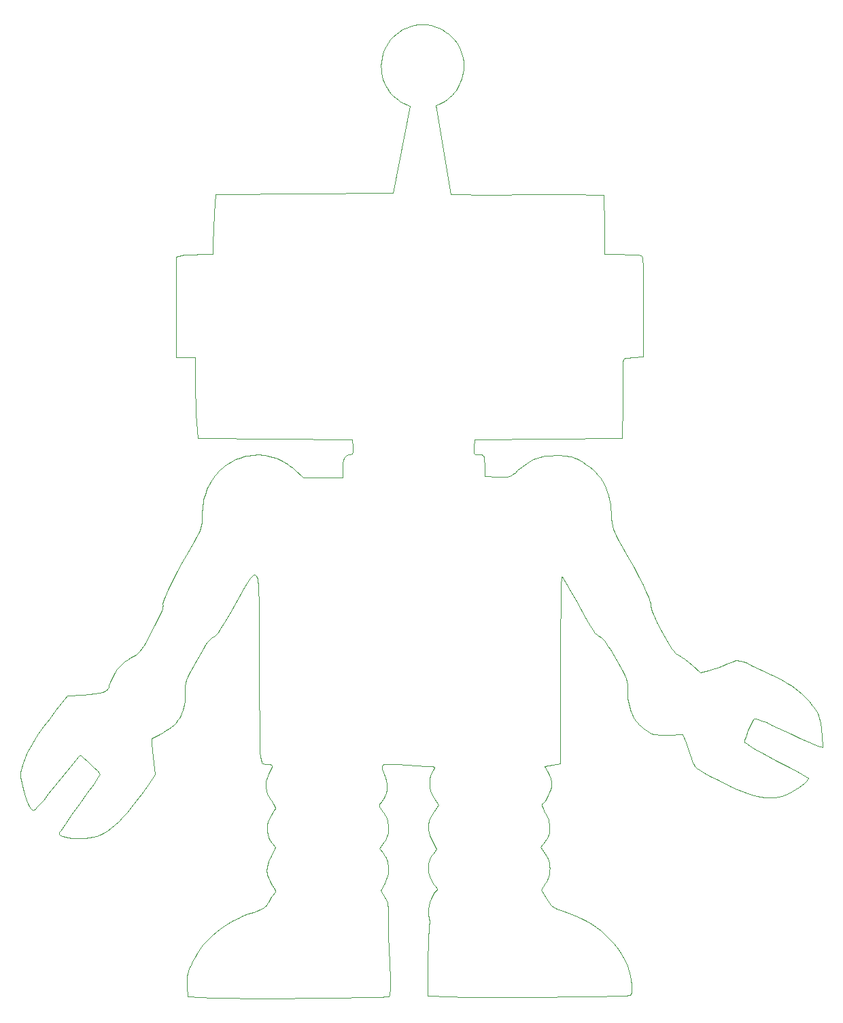
<source format=gbr>
%TF.GenerationSoftware,KiCad,Pcbnew,8.0.1*%
%TF.CreationDate,2024-04-02T10:45:20+02:00*%
%TF.ProjectId,Robo_II,526f626f-5f49-4492-9e6b-696361645f70,rev?*%
%TF.SameCoordinates,Original*%
%TF.FileFunction,Profile,NP*%
%FSLAX46Y46*%
G04 Gerber Fmt 4.6, Leading zero omitted, Abs format (unit mm)*
G04 Created by KiCad (PCBNEW 8.0.1) date 2024-04-02 10:45:20*
%MOMM*%
%LPD*%
G01*
G04 APERTURE LIST*
%TA.AperFunction,Profile*%
%ADD10C,0.100000*%
%TD*%
G04 APERTURE END LIST*
D10*
X101744800Y-99089200D02*
X101928000Y-99626000D01*
X112758000Y-122979700D02*
X112025000Y-122650800D01*
X96414000Y-85443800D02*
X96592400Y-85906200D01*
X69253400Y-132257000D02*
X69288900Y-132498000D01*
X98460500Y-79269400D02*
X89251100Y-79327000D01*
X68552300Y-120148200D02*
X68552500Y-120285700D01*
X51998100Y-96892900D02*
X51809400Y-97173900D01*
X54967300Y-136172000D02*
X55112100Y-135996000D01*
X46205600Y-87637800D02*
X46259700Y-87277600D01*
X53935200Y-119856100D02*
X53791700Y-119832700D01*
X71682100Y-119967100D02*
X70474800Y-119903300D01*
X90888700Y-96543300D02*
X90872300Y-96720600D01*
X86845200Y-82179800D02*
X87112500Y-82027300D01*
X118349000Y-123820700D02*
X117932000Y-123936800D01*
X68437400Y-33270310D02*
X68420500Y-32838820D01*
X33388600Y-121120800D02*
X33363700Y-121057000D01*
X69200300Y-137160000D02*
X69257400Y-137422000D01*
X54597000Y-129344000D02*
X54422100Y-128991000D01*
X99309400Y-145585000D02*
X99471600Y-146176000D01*
X69178800Y-133983000D02*
X69105800Y-134221000D01*
X56759400Y-82468300D02*
X57050700Y-82677400D01*
X74196500Y-148713000D02*
X74218400Y-145262000D01*
X53282400Y-114949700D02*
X53252300Y-111302800D01*
X96144200Y-48943800D02*
X96204700Y-52638600D01*
X99115800Y-69221300D02*
X98890200Y-69259100D01*
X89431200Y-132872000D02*
X89423100Y-133115000D01*
X54745700Y-124394000D02*
X54600000Y-124175000D01*
X39825600Y-116668800D02*
X39818700Y-116868100D01*
X74218400Y-145262000D02*
X74238700Y-143826000D01*
X81157900Y-81434500D02*
X81214100Y-81599200D01*
X69156500Y-128886000D02*
X69066600Y-129116000D01*
X80788200Y-81262500D02*
X80953300Y-81282100D01*
X61159500Y-84127100D02*
X63608700Y-84127100D01*
X89251100Y-79327000D02*
X80041700Y-79384600D01*
X42873800Y-56609300D02*
X43563100Y-56471400D01*
X28754700Y-128859000D02*
X28515400Y-128751000D01*
X50604000Y-139075000D02*
X51218300Y-138798000D01*
X54713800Y-126232000D02*
X54900000Y-125894000D01*
X123071000Y-114419800D02*
X123141000Y-114741400D01*
X34491500Y-110246600D02*
X34503500Y-110152000D01*
X52938000Y-138156000D02*
X53281000Y-138021000D01*
X64641700Y-81252700D02*
X64742700Y-81227800D01*
X69600100Y-119865000D02*
X69274400Y-119863000D01*
X106269000Y-106792500D02*
X106744000Y-107161300D01*
X36253100Y-126460000D02*
X35753900Y-126988000D01*
X68318200Y-125337000D02*
X68630500Y-125765000D01*
X88811800Y-120101000D02*
X89224500Y-120910400D01*
X24782200Y-125398000D02*
X24619400Y-125154000D01*
X54259800Y-133645000D02*
X54220500Y-133443000D01*
X78328000Y-34826300D02*
X78161000Y-35186200D01*
X123452000Y-117720300D02*
X122867000Y-117573300D01*
X87615500Y-48876700D02*
X91677400Y-48884100D01*
X52797600Y-96312900D02*
X52699800Y-96271300D01*
X121309000Y-121393300D02*
X121541000Y-121540800D01*
X101990000Y-99981800D02*
X102014000Y-100184700D01*
X104095000Y-116206100D02*
X103062000Y-116197400D01*
X99169500Y-56344000D02*
X99903400Y-56372700D01*
X74278000Y-142468000D02*
X74330600Y-141340000D01*
X101107400Y-69105300D02*
X99839000Y-69171400D01*
X68257000Y-124827000D02*
X68206100Y-124946000D01*
X23623500Y-120569400D02*
X23877700Y-119676300D01*
X98588000Y-69520900D02*
X98564800Y-69684400D01*
X51809400Y-97173900D02*
X51377300Y-97881700D01*
X38351700Y-105812500D02*
X38651800Y-105438200D01*
X64898400Y-80977400D02*
X64910200Y-80812900D01*
X33040100Y-120656900D02*
X32678000Y-120275200D01*
X26384500Y-115157300D02*
X27113000Y-114178700D01*
X42873800Y-62868400D02*
X42873800Y-56609300D01*
X35839300Y-107719400D02*
X36144500Y-107408900D01*
X24393000Y-118371200D02*
X24762900Y-117655900D01*
X81299500Y-82638200D02*
X81365200Y-84016800D01*
X81250800Y-81844100D02*
X81299500Y-82638200D01*
X98750600Y-108771300D02*
X98492300Y-108249900D01*
X33188400Y-121482200D02*
X33336800Y-121236800D01*
X55247100Y-135606000D02*
X55205400Y-135479000D01*
X33293300Y-120954500D02*
X33040100Y-120656900D01*
X44729600Y-144909000D02*
X44964200Y-144424000D01*
X89604700Y-122645900D02*
X89515600Y-123002200D01*
X94623300Y-139796000D02*
X95223100Y-140208000D01*
X117086000Y-124061300D02*
X116645000Y-124067700D01*
X98640500Y-69400900D02*
X98588000Y-69520900D01*
X112609000Y-106966300D02*
X112809000Y-106956100D01*
X107496000Y-120119400D02*
X107390000Y-119978500D01*
X106746000Y-118176200D02*
X106557000Y-117661600D01*
X89384700Y-121273900D02*
X89515900Y-121665400D01*
X68447100Y-32312040D02*
X68525200Y-31800470D01*
X70692100Y-28566520D02*
X71116900Y-28308440D01*
X55797700Y-149047000D02*
X52305100Y-149049000D01*
X74372000Y-137488000D02*
X74476300Y-137062000D01*
X31565600Y-129111000D02*
X31043500Y-129126000D01*
X54598700Y-134476000D02*
X54392800Y-134053000D01*
X69121800Y-136916000D02*
X69200300Y-137160000D01*
X55258800Y-130230000D02*
X54826400Y-129680000D01*
X34075000Y-110740000D02*
X34204300Y-110670400D01*
X52278800Y-81358400D02*
X52633400Y-81322600D01*
X64119600Y-81377900D02*
X64207400Y-81326200D01*
X63608700Y-84127100D02*
X63608700Y-83120000D01*
X112219000Y-107061800D02*
X112415000Y-107002300D01*
X100503100Y-96466100D02*
X101028700Y-97501900D01*
X97341100Y-90557800D02*
X97484100Y-90945900D01*
X54606400Y-81485100D02*
X54924900Y-81573600D01*
X69180000Y-122712000D02*
X69140700Y-123096000D01*
X90841300Y-97402300D02*
X90788700Y-99907700D01*
X122989000Y-114119200D02*
X123071000Y-114419800D01*
X69104200Y-121933300D02*
X69168000Y-122323500D01*
X64511500Y-81259500D02*
X64641700Y-81252700D01*
X113025000Y-106973900D02*
X113264000Y-107022100D01*
X68961100Y-131375000D02*
X69056600Y-131579000D01*
X68420500Y-32838820D02*
X68447100Y-32312040D01*
X101974000Y-99827000D02*
X101990000Y-99981800D01*
X42606100Y-114959000D02*
X42322200Y-115211100D01*
X53239700Y-100916200D02*
X53221200Y-99474000D01*
X68825400Y-30833340D02*
X69042300Y-30382970D01*
X74764500Y-120933400D02*
X74893600Y-120667500D01*
X102014000Y-100184700D02*
X102084000Y-100458400D01*
X28366400Y-128629000D02*
X28328100Y-128564000D01*
X80569900Y-81259500D02*
X80788200Y-81262500D01*
X54284600Y-81414000D02*
X54606400Y-81485100D01*
X53327000Y-117590700D02*
X53282400Y-114949700D01*
X68780900Y-125979000D02*
X68913300Y-126202000D01*
X69531700Y-146729000D02*
X69546200Y-147457000D01*
X117876000Y-109136600D02*
X118501000Y-109466500D01*
X96868900Y-86899500D02*
X96967500Y-87431200D01*
X46246700Y-105510000D02*
X45328500Y-107108000D01*
X74099500Y-27713200D02*
X74611100Y-27791270D01*
X69324000Y-127660000D02*
X69327900Y-127911000D01*
X23926000Y-123280800D02*
X23748900Y-122603900D01*
X55551700Y-81802900D02*
X55859700Y-81943500D01*
X66187300Y-148955000D02*
X63110500Y-148998000D01*
X47548300Y-53255200D02*
X47649900Y-51184100D01*
X69309400Y-139828000D02*
X69333900Y-141227000D01*
X100904600Y-56629300D02*
X100942400Y-56741700D01*
X45879200Y-56333500D02*
X47506000Y-56333500D01*
X78658800Y-33666380D02*
X78578100Y-34065130D01*
X69929500Y-29195650D02*
X70295400Y-28863120D01*
X37265100Y-106585800D02*
X37718700Y-106336600D01*
X68426100Y-135605000D02*
X68893000Y-136436000D01*
X48113300Y-103432600D02*
X47901600Y-103703600D01*
X44527800Y-56374000D02*
X45193200Y-56344400D01*
X40013800Y-118953200D02*
X40272200Y-121175900D01*
X64821900Y-79384600D02*
X55204200Y-79327200D01*
X98556900Y-69899300D02*
X98501800Y-74915200D01*
X75015500Y-134871000D02*
X74849300Y-134632000D01*
X34663900Y-109674400D02*
X34850600Y-109253700D01*
X116096000Y-118606500D02*
X117651000Y-119426800D01*
X107390000Y-119978500D02*
X107300000Y-119831000D01*
X81214100Y-81599200D02*
X81250800Y-81844100D01*
X90971400Y-96543400D02*
X90905500Y-96483200D01*
X24451000Y-124817000D02*
X24278400Y-124390000D01*
X25337900Y-125436000D02*
X25183500Y-125555000D01*
X74418300Y-126882000D02*
X74498400Y-126676000D01*
X33004600Y-128847000D02*
X32541200Y-128975000D01*
X53221200Y-99474000D02*
X53182800Y-98313200D01*
X55204200Y-79327200D02*
X45586500Y-79269800D01*
X120833000Y-122482700D02*
X120460000Y-122753900D01*
X78772300Y-148905000D02*
X77119200Y-148864000D01*
X34356300Y-128174000D02*
X33907200Y-128450000D01*
X47506000Y-54934000D02*
X47548300Y-53255200D01*
X78103100Y-30382970D02*
X78320000Y-30833340D01*
X41512900Y-98992400D02*
X41879800Y-98142700D01*
X32678000Y-120275200D02*
X32255800Y-119856700D01*
X86026900Y-82756600D02*
X86576600Y-82351500D01*
X119196000Y-123485400D02*
X118768000Y-123669900D01*
X103369000Y-103310600D02*
X104083000Y-104624500D01*
X115381000Y-114267800D02*
X115087000Y-114198700D01*
X54838300Y-120182000D02*
X54840200Y-120110300D01*
X49164600Y-82534500D02*
X49436600Y-82354600D01*
X42970200Y-95932200D02*
X43648100Y-94663700D01*
X47397200Y-104069500D02*
X47209800Y-104186800D01*
X90753100Y-103616400D02*
X90740100Y-108145800D01*
X57337500Y-82903400D02*
X57619500Y-83146400D01*
X34204300Y-110670400D02*
X34309000Y-110596000D01*
X45328500Y-107108000D02*
X44895000Y-107876900D01*
X34389600Y-110516500D02*
X34446500Y-110431900D01*
X91137400Y-81401700D02*
X91510300Y-81434800D01*
X64038600Y-81444300D02*
X64119600Y-81377900D01*
X53244900Y-102650400D02*
X53239700Y-100916200D01*
X121622000Y-121612800D02*
X121607000Y-121685400D01*
X68198200Y-125061000D02*
X68235000Y-125187000D01*
X107778000Y-120393500D02*
X107624000Y-120256700D01*
X105050000Y-105992300D02*
X105256000Y-106155700D01*
X88863300Y-131020000D02*
X88995800Y-131232000D01*
X29076700Y-128950000D02*
X28754700Y-128859000D01*
X69192400Y-35619900D02*
X68994800Y-35264400D01*
X28366900Y-128384000D02*
X28515300Y-128144000D01*
X29474000Y-129025000D02*
X29076700Y-128950000D01*
X84833300Y-148922000D02*
X81465400Y-148923000D01*
X117147000Y-108772400D02*
X117876000Y-109136600D01*
X99643800Y-148091000D02*
X99626800Y-148324000D01*
X47023100Y-104359200D02*
X46815100Y-104617000D01*
X100356800Y-114708200D02*
X100162500Y-114460500D01*
X48408400Y-83149100D02*
X48650200Y-82932100D01*
X89515600Y-123002200D02*
X89382800Y-123385700D01*
X97950900Y-91866600D02*
X98299100Y-92478100D01*
X93558300Y-82235500D02*
X93989700Y-82512200D01*
X54192200Y-123292800D02*
X54134000Y-123071800D01*
X97242100Y-90165300D02*
X97341100Y-90557800D01*
X72534400Y-27791270D02*
X73045900Y-27713200D01*
X74496700Y-121663400D02*
X74603700Y-121297000D01*
X48936300Y-102185200D02*
X48360200Y-103083500D01*
X33907200Y-128450000D02*
X33458300Y-128673000D01*
X34446500Y-110431900D02*
X34480300Y-110342000D01*
X28429200Y-128692000D02*
X28366400Y-128629000D01*
X96988400Y-105598800D02*
X96697200Y-105139100D01*
X121402000Y-121978300D02*
X121152000Y-122219700D01*
X74598800Y-131471000D02*
X74727700Y-131240000D01*
X52464200Y-96358100D02*
X52324700Y-96483700D01*
X123337000Y-116309500D02*
X123452000Y-117720300D01*
X69279700Y-128406000D02*
X69227500Y-128649000D01*
X120052000Y-123020300D02*
X119624000Y-123268500D01*
X24278400Y-124390000D02*
X24103000Y-123877300D01*
X35562300Y-108053700D02*
X35839300Y-107719400D01*
X74404100Y-133589000D02*
X74348500Y-133315000D01*
X36481600Y-107118600D02*
X36853900Y-106845400D01*
X69168000Y-122323500D02*
X69180000Y-122712000D01*
X81465400Y-148923000D02*
X78772300Y-148905000D01*
X99584000Y-148484000D02*
X99508200Y-148587000D01*
X54116800Y-119861900D02*
X53935200Y-119856100D01*
X46815100Y-104617000D02*
X46563600Y-104990500D01*
X98830600Y-144406000D02*
X99095000Y-144994000D01*
X115722000Y-108075500D02*
X117147000Y-108772400D01*
X53252300Y-111302800D02*
X53241200Y-107037200D01*
X74498400Y-126676000D02*
X74715200Y-126246000D01*
X31836800Y-123453400D02*
X32643400Y-122300200D01*
X106371000Y-117198700D02*
X105940000Y-116189900D01*
X36777100Y-125859000D02*
X36253100Y-126460000D01*
X63623100Y-82688300D02*
X63666100Y-82312400D01*
X43962700Y-111989200D02*
X43910500Y-112394500D01*
X31043500Y-129126000D02*
X30464900Y-129115000D01*
X74744300Y-129248000D02*
X74524300Y-128754000D01*
X45692900Y-91096700D02*
X45864800Y-90737600D01*
X88996300Y-129289000D02*
X88863300Y-129479000D01*
X68988100Y-121544500D02*
X69104200Y-121933300D01*
X122170000Y-112555700D02*
X122354000Y-112805600D01*
X96265200Y-56333400D02*
X98337400Y-56333400D01*
X47506000Y-148993000D02*
X47506000Y-148993000D01*
X24861100Y-125485000D02*
X24782200Y-125398000D01*
X85118100Y-83539200D02*
X85446000Y-83249300D01*
X28515400Y-128751000D02*
X28429200Y-128692000D01*
X46166100Y-88005100D02*
X46205600Y-87637800D01*
X99201400Y-112023000D02*
X99157500Y-111665800D01*
X46061800Y-90077800D02*
X46105900Y-89713800D01*
X43910500Y-112394500D02*
X43835200Y-112778400D01*
X98162400Y-143252000D02*
X98518900Y-143824000D01*
X89604600Y-122037600D02*
X89637200Y-122343800D01*
X69042300Y-30382970D02*
X69300400Y-29958170D01*
X57619500Y-83146400D02*
X58710400Y-84127100D01*
X91096100Y-96714800D02*
X90971400Y-96543400D01*
X68913300Y-126202000D02*
X69027500Y-126433000D01*
X40166800Y-116480700D02*
X39825600Y-116668800D01*
X75203400Y-135098000D02*
X75015500Y-134871000D01*
X98926500Y-109202000D02*
X98750600Y-108771300D01*
X96204700Y-52638600D02*
X96265200Y-56333400D01*
X42873800Y-69127400D02*
X42873800Y-62868400D01*
X74989800Y-135963000D02*
X75096200Y-135835000D01*
X91104400Y-138128000D02*
X91787300Y-138392000D01*
X101035300Y-115368000D02*
X100793300Y-115162200D01*
X122786000Y-113566600D02*
X122895000Y-113836000D01*
X70474800Y-119903300D02*
X69600100Y-119865000D01*
X30869100Y-118803000D02*
X30719000Y-118950000D01*
X79948500Y-80852600D02*
X79963500Y-81018700D01*
X74283900Y-127682000D02*
X74289900Y-127482000D01*
X54076300Y-122189600D02*
X54105700Y-121970200D01*
X38030100Y-106123600D02*
X38191600Y-105978100D01*
X64889700Y-80322000D02*
X64821900Y-79384600D01*
X68957600Y-129338000D02*
X68829700Y-129551000D01*
X41295400Y-99609800D02*
X41384100Y-99333000D01*
X49436600Y-82354600D02*
X49718000Y-82187800D01*
X69300400Y-29958170D02*
X69597000Y-29561530D01*
X74893600Y-120667500D02*
X74988700Y-120439700D01*
X34810500Y-127841000D02*
X34356300Y-128174000D01*
X105256000Y-106155700D02*
X105466000Y-106276400D01*
X96205200Y-104449300D02*
X96002700Y-104216900D01*
X48902400Y-82727100D02*
X49164600Y-82534500D01*
X49451900Y-139688000D02*
X50015200Y-139372000D01*
X74482200Y-133859000D02*
X74404100Y-133589000D01*
X99012300Y-148713000D02*
X98547200Y-148744000D01*
X56163700Y-82101300D02*
X56463600Y-82276200D01*
X78467400Y-34452200D02*
X78328000Y-34826300D01*
X50866500Y-98775300D02*
X49583300Y-101077400D01*
X54140800Y-137450000D02*
X54279700Y-137266000D01*
X43563100Y-56471400D02*
X43959100Y-56417900D01*
X89287900Y-131911000D02*
X89350100Y-132148000D01*
X101096000Y-59552700D02*
X101107400Y-62853300D01*
X97174800Y-89728900D02*
X97242100Y-90165300D01*
X45241400Y-143899000D02*
X45545000Y-143393000D01*
X74352900Y-132227000D02*
X74411500Y-131967000D01*
X29939200Y-129080000D02*
X29474000Y-129025000D01*
X33336800Y-121236800D02*
X33388600Y-121120800D01*
X99122300Y-110919800D02*
X99118000Y-110400800D01*
X41189500Y-100497700D02*
X41244500Y-100273700D01*
X74849300Y-134632000D02*
X74704900Y-134383000D01*
X122517000Y-113055000D02*
X122660000Y-113307500D01*
X44330600Y-108963900D02*
X44170300Y-109370200D01*
X88211700Y-81594200D02*
X88504800Y-81525800D01*
X75407200Y-135510000D02*
X75420300Y-135444000D01*
X107042000Y-119109900D02*
X106915000Y-118679900D01*
X47731000Y-103888000D02*
X47607200Y-103977100D01*
X36144500Y-107408900D02*
X36481600Y-107118600D01*
X95223100Y-140208000D02*
X95795600Y-140652000D01*
X88329800Y-135520000D02*
X89016800Y-136625000D01*
X54409000Y-137050000D02*
X54592700Y-136733000D01*
X89110800Y-131452000D02*
X89208100Y-131679000D01*
X74311900Y-137907000D02*
X74372000Y-137488000D01*
X75557800Y-124968000D02*
X74987600Y-123994700D01*
X63964600Y-81525100D02*
X64038600Y-81444300D01*
X38898600Y-105035600D02*
X40382100Y-102260500D01*
X53959800Y-81360400D02*
X54284600Y-81414000D01*
X102084000Y-100458400D02*
X102199000Y-100798000D01*
X98736500Y-69316300D02*
X98640500Y-69400900D01*
X23555100Y-120902400D02*
X23623500Y-120569400D01*
X105825000Y-106483600D02*
X106269000Y-106792500D01*
X95110200Y-83457800D02*
X95426700Y-83812900D01*
X75992400Y-37402200D02*
X75636500Y-37577400D01*
X56463600Y-82276200D02*
X56759400Y-82468300D01*
X69868700Y-48676200D02*
X71994300Y-37826000D01*
X75104800Y-27918230D02*
X75578200Y-28091490D01*
X74330600Y-141340000D02*
X74390800Y-140597000D01*
X93097600Y-81977400D02*
X93558300Y-82235500D01*
X90740100Y-108145800D02*
X90740100Y-119811800D01*
X54226900Y-127846000D02*
X54272200Y-127443000D01*
X41249700Y-99817000D02*
X41295400Y-99609800D01*
X35078500Y-108806400D02*
X35309900Y-108414900D01*
X89637200Y-122343800D02*
X89604700Y-122645900D01*
X114649000Y-107563600D02*
X115722000Y-108075500D01*
X25214600Y-116887400D02*
X25753400Y-116057300D01*
X77071600Y-48820400D02*
X82126300Y-48910200D01*
X47189300Y-84686800D02*
X47363500Y-84404000D01*
X100567100Y-114942200D02*
X100356800Y-114708200D01*
X33458300Y-128673000D02*
X33004600Y-128847000D01*
X118768000Y-123669900D02*
X118349000Y-123820700D01*
X74443400Y-122033800D02*
X74496700Y-121663400D01*
X54924900Y-81573600D02*
X55240100Y-81679600D01*
X77845000Y-29958170D02*
X78103100Y-30382970D01*
X69277500Y-133492000D02*
X69236000Y-133739000D01*
X99262500Y-112369200D02*
X99201400Y-112023000D01*
X48914300Y-140023000D02*
X49451900Y-139688000D01*
X36853900Y-106845400D02*
X37265100Y-106585800D01*
X99677000Y-113638500D02*
X99548100Y-113339100D01*
X34480300Y-110342000D02*
X34491500Y-110246600D01*
X74611100Y-27791270D02*
X75104800Y-27918230D01*
X74350400Y-138637000D02*
X74318900Y-138475000D01*
X71606400Y-37687500D02*
X71234800Y-37518700D01*
X120608000Y-116619600D02*
X119470000Y-116088500D01*
X44384000Y-93348200D02*
X45155100Y-92031800D01*
X74727700Y-131240000D02*
X74880500Y-131024000D01*
X102790000Y-102162400D02*
X103369000Y-103310600D01*
X25085900Y-125597000D02*
X25013100Y-125584000D01*
X88830300Y-125849000D02*
X88967300Y-126097000D01*
X69518400Y-148385000D02*
X69474600Y-148637000D01*
X55240100Y-81679600D02*
X55551700Y-81802900D01*
X42009100Y-115451700D02*
X41666300Y-115681800D01*
X89515900Y-121665400D02*
X89604600Y-122037600D01*
X30945500Y-118760300D02*
X30869100Y-118803000D01*
X74498700Y-122792400D02*
X74444000Y-122409700D01*
X53241200Y-107037200D02*
X53244900Y-102650400D01*
X54516300Y-120887000D02*
X54680700Y-120594200D01*
X90126500Y-137802000D02*
X90350400Y-137890000D01*
X51377300Y-97881700D02*
X50866500Y-98775300D01*
X78493300Y-31306710D02*
X78620300Y-31800470D01*
X44259000Y-146309000D02*
X44317600Y-145993000D01*
X54093300Y-122850800D02*
X54070100Y-122630000D01*
X122418000Y-117410700D02*
X121627000Y-117076600D01*
X119470000Y-116088500D02*
X117191000Y-115018800D01*
X119193000Y-120228600D02*
X120456000Y-120908000D01*
X44240700Y-147446000D02*
X44226100Y-147012000D01*
X98299100Y-92478100D02*
X99134700Y-93946900D01*
X98501800Y-74915200D02*
X98460500Y-79269400D01*
X45864800Y-90737600D02*
X45984600Y-90408500D01*
X89208200Y-128889000D02*
X89111200Y-129093000D01*
X43290000Y-114122100D02*
X43089400Y-114415600D01*
X97127100Y-89209300D02*
X97174800Y-89728900D01*
X89111200Y-129093000D02*
X88996300Y-129289000D01*
X92444400Y-81669800D02*
X92755600Y-81806000D01*
X59523400Y-149029000D02*
X55797700Y-149047000D01*
X120363000Y-110712700D02*
X120769000Y-111073000D01*
X69137200Y-131796000D02*
X69202800Y-132022000D01*
X53791700Y-119832700D02*
X53680100Y-119783300D01*
X114139000Y-115628700D02*
X113818000Y-116522800D01*
X78161000Y-35186200D02*
X77968000Y-35530600D01*
X69050700Y-123472200D02*
X68910500Y-123837800D01*
X55246100Y-125381000D02*
X55230500Y-125277000D01*
X74326300Y-128091000D02*
X74296000Y-127885000D01*
X92672000Y-99405900D02*
X92037300Y-98272100D01*
X54272200Y-127443000D02*
X54373000Y-127033000D01*
X44001700Y-110569800D02*
X44000800Y-111110300D01*
X50616700Y-81768200D02*
X50933400Y-81656500D01*
X55188400Y-135904000D02*
X55237300Y-135813000D01*
X52633400Y-81322600D02*
X52968700Y-81305500D01*
X47747500Y-83869300D02*
X47956700Y-83618000D01*
X29060300Y-127333000D02*
X29866900Y-126185000D01*
X89411600Y-127556000D02*
X89422700Y-127790000D01*
X76850000Y-28863120D02*
X77215900Y-29195650D01*
X107159000Y-119502900D02*
X107042000Y-119109900D01*
X122895000Y-113836000D02*
X122989000Y-114119200D01*
X25183500Y-125555000D02*
X25085900Y-125597000D01*
X95795600Y-140652000D02*
X96338500Y-141126000D01*
X54840200Y-120110300D02*
X54826500Y-120049600D01*
X75008400Y-125779000D02*
X75557800Y-124968000D01*
X89016800Y-136625000D02*
X89216300Y-136934000D01*
X100162500Y-114460500D02*
X99984300Y-114199500D01*
X69546200Y-147457000D02*
X69542100Y-148001000D01*
X70545500Y-37096700D02*
X70230200Y-36846500D01*
X102386000Y-116117900D02*
X102119000Y-116037000D01*
X110329000Y-107838800D02*
X110952000Y-107599900D01*
X96967500Y-87431200D02*
X97040000Y-87986900D01*
X115087000Y-114198700D02*
X114981000Y-114191500D01*
X74441000Y-139521000D02*
X74412600Y-139023000D01*
X55257200Y-135716000D02*
X55247100Y-135606000D01*
X54398600Y-119870400D02*
X54116800Y-119861900D01*
X77215900Y-29195650D02*
X77548400Y-29561530D01*
X121191000Y-111479600D02*
X121732000Y-112040200D01*
X113436000Y-123263300D02*
X112758000Y-122979700D01*
X32063200Y-129062000D02*
X31565600Y-129111000D01*
X51258300Y-81559300D02*
X51591000Y-81477000D01*
X81365200Y-84016800D02*
X82909300Y-84077100D01*
X68593300Y-120041600D02*
X68552300Y-120148200D01*
X85239800Y-48883600D02*
X87615500Y-48876700D01*
X54373000Y-127033000D02*
X54529600Y-126618000D01*
X47549600Y-84131400D02*
X47747500Y-83869300D01*
X46328200Y-86924700D02*
X46411000Y-86579500D01*
X25785700Y-124998000D02*
X25541300Y-125247000D01*
X70230200Y-36846500D02*
X69936000Y-36572200D01*
X74988700Y-120439700D02*
X75040600Y-120274300D01*
X54361100Y-123734600D02*
X54267900Y-123513800D01*
X75578200Y-28091490D02*
X76028600Y-28308440D01*
X31118500Y-118853200D02*
X31012000Y-118784800D01*
X89187300Y-126592000D02*
X89270300Y-126837000D01*
X88666900Y-124649000D02*
X88582900Y-124720000D01*
X34503500Y-110152000D02*
X34537800Y-110021100D01*
X99094400Y-109971600D02*
X99035900Y-109587000D01*
X89348000Y-128465000D02*
X89287100Y-128680000D01*
X43736100Y-113142000D02*
X43612700Y-113486400D01*
X69056600Y-131579000D02*
X69137200Y-131796000D01*
X74603700Y-121297000D02*
X74764500Y-120933400D01*
X89382800Y-123385700D02*
X89218800Y-123769200D01*
X117191000Y-115018800D02*
X116403000Y-114666300D01*
X74374500Y-128304000D02*
X74326300Y-128091000D01*
X38783800Y-105238200D02*
X38898600Y-105035600D01*
X69123500Y-126671000D02*
X69201200Y-126914000D01*
X84026800Y-48897800D02*
X85239800Y-48883600D01*
X44964200Y-144424000D02*
X45241400Y-143899000D01*
X53792600Y-137756000D02*
X53981900Y-137611000D01*
X52523000Y-138301000D02*
X52938000Y-138156000D01*
X44226100Y-147012000D02*
X44230300Y-146641000D01*
X92145400Y-81565100D02*
X92444400Y-81669800D01*
X109229000Y-108199500D02*
X109729000Y-108047900D01*
X88428000Y-124954000D02*
X88455300Y-125076000D01*
X89462800Y-81402800D02*
X90188600Y-81380600D01*
X53981900Y-137611000D02*
X54140800Y-137450000D01*
X54609200Y-119900200D02*
X54398600Y-119870400D01*
X68910500Y-123837800D02*
X68720500Y-124190000D01*
X35309900Y-108414900D02*
X35562300Y-108053700D01*
X99548100Y-113339100D02*
X99436000Y-113027600D01*
X101048000Y-57642900D02*
X101077900Y-58447800D01*
X88510900Y-148904000D02*
X84833300Y-148922000D01*
X53474100Y-119390700D02*
X53381500Y-118838500D01*
X64868400Y-81096900D02*
X64898400Y-80977400D01*
X93352300Y-139085000D02*
X93998900Y-139421000D01*
X113701000Y-117132700D02*
X113761000Y-117193300D01*
X121607000Y-121685400D02*
X121564000Y-121771600D01*
X54878400Y-134926000D02*
X54598700Y-134476000D01*
X99436000Y-113027600D02*
X99340800Y-112704200D01*
X120456000Y-120908000D02*
X121309000Y-121393300D01*
X31427100Y-119098400D02*
X31118500Y-118853200D01*
X95470500Y-103875900D02*
X95270600Y-103731800D01*
X46132500Y-88759400D02*
X46141700Y-88379000D01*
X71234800Y-37518700D02*
X70880800Y-37321300D01*
X78320000Y-30833340D02*
X78493300Y-31306710D01*
X99839000Y-69171400D02*
X99115800Y-69221300D01*
X69260600Y-127160000D02*
X69301500Y-127410000D01*
X23877700Y-119676300D02*
X24099600Y-119041900D01*
X89398600Y-137189000D02*
X89572300Y-137396000D01*
X32541200Y-128975000D02*
X32063200Y-129062000D01*
X79963500Y-81018700D02*
X80005400Y-81132100D01*
X46741400Y-85593000D02*
X46878000Y-85281600D01*
X54826500Y-120049600D02*
X54796900Y-119999000D01*
X44547400Y-145317000D02*
X44729600Y-144909000D01*
X46613200Y-141987000D02*
X47021600Y-141556000D01*
X74753100Y-120156900D02*
X74024300Y-120101000D01*
X89415800Y-128019000D02*
X89390900Y-128244000D01*
X123252000Y-115462000D02*
X123337000Y-116309500D01*
X46563600Y-104990500D02*
X46246700Y-105510000D01*
X79973900Y-80322000D02*
X79948500Y-80852600D01*
X47649900Y-51184100D02*
X47793700Y-48833600D01*
X45155100Y-92031800D02*
X45459500Y-91517600D01*
X53381500Y-118838500D02*
X53353300Y-118412900D01*
X112415000Y-107002300D02*
X112609000Y-106966300D01*
X113761000Y-117193300D02*
X113990000Y-117367500D01*
X97683200Y-91369000D02*
X97950900Y-91866600D01*
X100758500Y-56467300D02*
X100813000Y-56498000D01*
X41879800Y-98142700D02*
X42373200Y-97107300D01*
X68420500Y-32838820D02*
X68420500Y-32838820D01*
X47916200Y-140752000D02*
X48402400Y-140378000D01*
X68994800Y-35264400D02*
X68824300Y-34892500D01*
X121541000Y-121540800D02*
X121622000Y-121612800D01*
X54529600Y-126618000D02*
X54713800Y-126232000D01*
X76655400Y-36976300D02*
X76332400Y-37201400D01*
X92566600Y-138724000D02*
X93352300Y-139085000D01*
X38651800Y-105438200D02*
X38783800Y-105238200D01*
X69020000Y-136679000D02*
X69121800Y-136916000D01*
X52930400Y-48826300D02*
X53284400Y-48812700D01*
X30108100Y-119666600D02*
X28933400Y-121129100D01*
X114785000Y-114262400D02*
X114666000Y-114441900D01*
X88453100Y-124797000D02*
X88427300Y-124862000D01*
X99628500Y-147344000D02*
X99643800Y-148091000D01*
X88505300Y-124761000D02*
X88453100Y-124797000D01*
X47027400Y-84979400D02*
X47189300Y-84686800D01*
X70880800Y-37321300D02*
X70545500Y-37096700D01*
X69016100Y-119876600D02*
X68820000Y-119908900D01*
X80195600Y-81241100D02*
X80356500Y-81256600D01*
X100793300Y-115162200D02*
X100567100Y-114942200D01*
X94443100Y-102571700D02*
X93995800Y-101797300D01*
X88995800Y-131232000D02*
X89110800Y-131452000D01*
X43648100Y-94663700D02*
X44384000Y-93348200D01*
X23643000Y-122161200D02*
X23569400Y-121799000D01*
X24619400Y-125154000D02*
X24451000Y-124817000D01*
X31321500Y-111199900D02*
X32096400Y-111138700D01*
X58710400Y-84127100D02*
X61159500Y-84127100D01*
X74582500Y-134124000D02*
X74482200Y-133859000D01*
X88967300Y-126097000D02*
X89086200Y-126345000D01*
X34537800Y-110021100D02*
X34663900Y-109674400D01*
X101107400Y-62853300D02*
X101107400Y-69105300D01*
X50008700Y-82034200D02*
X50308400Y-81894200D01*
X93995800Y-101797300D02*
X92672000Y-99405900D01*
X64910200Y-80812900D02*
X64889700Y-80322000D01*
X47021600Y-141556000D02*
X47455900Y-141144000D01*
X74412600Y-139023000D02*
X74350400Y-138637000D01*
X55131000Y-135327000D02*
X54878400Y-134926000D01*
X100861600Y-56550000D02*
X100904600Y-56629300D01*
X110952000Y-107599900D02*
X111523000Y-107358800D01*
X88873300Y-134719000D02*
X88329800Y-135520000D01*
X89421800Y-132630000D02*
X89431200Y-132872000D01*
X96436400Y-104756300D02*
X96205200Y-104449300D01*
X99095000Y-144994000D02*
X99309400Y-145585000D01*
X34850600Y-109253700D02*
X35078500Y-108806400D01*
X44020500Y-110129000D02*
X44001700Y-110569800D01*
X68720500Y-124190000D02*
X68481400Y-124524000D01*
X69016900Y-134451000D02*
X68912200Y-134672000D01*
X68725800Y-131007000D02*
X68850800Y-131183000D01*
X107300000Y-119831000D02*
X107159000Y-119502900D01*
X68487500Y-33692950D02*
X68437400Y-33270310D01*
X53594200Y-119698900D02*
X53527600Y-119570900D01*
X23569400Y-121799000D02*
X23529400Y-121488000D01*
X23748900Y-122603900D02*
X23643000Y-122161200D01*
X97325000Y-142150000D02*
X97763600Y-142692000D01*
X31012000Y-118784800D02*
X30945500Y-118760300D01*
X54279700Y-137266000D02*
X54409000Y-137050000D01*
X99984300Y-114199500D02*
X99822400Y-113925400D01*
X33740600Y-110865100D02*
X34075000Y-110740000D01*
X33302000Y-110972500D02*
X33740600Y-110865100D01*
X95828000Y-104057900D02*
X95680300Y-103971000D01*
X74305000Y-132766000D02*
X74317400Y-132495000D01*
X70295400Y-28863120D02*
X70692100Y-28566520D01*
X101928000Y-99626000D02*
X101974000Y-99827000D01*
X52169600Y-96662400D02*
X51998100Y-96892900D01*
X28933400Y-121129100D02*
X27015400Y-123556700D01*
X78620300Y-31800470D02*
X78698300Y-32312040D01*
X37919500Y-124423000D02*
X37330900Y-125181000D01*
X54422100Y-128991000D02*
X54302000Y-128622000D01*
X77119200Y-148864000D02*
X74196500Y-148713000D01*
X75040600Y-120274300D02*
X75040200Y-120195500D01*
X47209800Y-104186800D02*
X47023100Y-104359200D01*
X99870500Y-95278600D02*
X100503100Y-96466100D01*
X90188600Y-81380600D02*
X90703000Y-81384900D01*
X82126300Y-48910200D02*
X82993700Y-48918400D01*
X38191600Y-105978100D02*
X38351700Y-105812500D01*
X90350400Y-137890000D02*
X90608100Y-137966000D01*
X57050700Y-82677400D02*
X57337500Y-82903400D01*
X75636500Y-37577400D02*
X75266100Y-37725900D01*
X39220600Y-122649600D02*
X38547700Y-123580600D01*
X51591000Y-81477000D02*
X51931300Y-81409900D01*
X119953000Y-110385300D02*
X120363000Y-110712700D01*
X68552500Y-120285700D02*
X68588600Y-120457200D01*
X68747900Y-120914500D02*
X68988100Y-121544500D01*
X72040600Y-27918230D02*
X72534400Y-27791270D01*
X51218300Y-138798000D02*
X51858000Y-138540000D01*
X97484100Y-90945900D02*
X97683200Y-91369000D01*
X68382100Y-148903000D02*
X66187300Y-148955000D01*
X77244700Y-36458300D02*
X76959900Y-36728200D01*
X54600000Y-124175000D02*
X54471800Y-123955000D01*
X98564800Y-69684400D02*
X98556900Y-69899300D01*
X48177100Y-83377800D02*
X48408400Y-83149100D01*
X64817400Y-81178100D02*
X64868400Y-81096900D01*
X74315400Y-133040000D02*
X74305000Y-132766000D01*
X74618300Y-136651000D02*
X74791700Y-136278000D01*
X54786500Y-136429000D02*
X54967300Y-136172000D01*
X74289900Y-127482000D02*
X74314200Y-127284000D01*
X27113000Y-114178700D02*
X27944400Y-113113300D01*
X23524200Y-121198900D02*
X23555100Y-120902400D01*
X87112500Y-82027300D02*
X87380600Y-81893400D01*
X69542100Y-148001000D02*
X69518400Y-148385000D01*
X55066600Y-125641000D02*
X55191900Y-125508000D01*
X45443300Y-77252900D02*
X45387800Y-76228800D01*
X89287100Y-128680000D02*
X89208200Y-128889000D01*
X54134000Y-123071800D02*
X54093300Y-122850800D01*
X52305100Y-149049000D02*
X49417300Y-149032000D01*
X49583300Y-101077400D02*
X48936300Y-102185200D01*
X84123600Y-84072700D02*
X84381900Y-84014500D01*
X91787300Y-138392000D02*
X92566600Y-138724000D01*
X89004700Y-134508000D02*
X88873300Y-134719000D01*
X47455900Y-141144000D02*
X47916200Y-140752000D01*
X54444400Y-131941000D02*
X54666200Y-131441000D01*
X74024300Y-120101000D02*
X71682100Y-119967100D01*
X32255800Y-119856700D02*
X31822500Y-119448700D01*
X69369200Y-148821000D02*
X69323200Y-148845000D01*
X103062000Y-116197400D02*
X102693000Y-116169400D01*
X52883000Y-96412800D02*
X52797600Y-96312900D01*
X92037300Y-98272100D02*
X91492700Y-97343100D01*
X41384100Y-99333000D02*
X41512900Y-98992400D01*
X123141000Y-114741400D02*
X123252000Y-115462000D01*
X28515300Y-128144000D02*
X29060300Y-127333000D01*
X92132800Y-148872000D02*
X88510900Y-148904000D01*
X63666100Y-82312400D02*
X63737600Y-81992900D01*
X54592700Y-136733000D02*
X54786500Y-136429000D01*
X47363500Y-84404000D02*
X47549600Y-84131400D01*
X105940000Y-116189900D02*
X104095000Y-116206100D01*
X74318900Y-138475000D02*
X74302600Y-138297000D01*
X96849100Y-141626000D02*
X97325000Y-142150000D01*
X69333900Y-141227000D02*
X69382200Y-142886000D01*
X46617800Y-85913300D02*
X46741400Y-85593000D01*
X99578800Y-146764000D02*
X99628500Y-147344000D01*
X52324700Y-96483700D02*
X52169600Y-96662400D01*
X75406500Y-135375000D02*
X75365800Y-135298000D01*
X53117900Y-97423200D02*
X53073600Y-97076400D01*
X97040000Y-87986900D02*
X97086600Y-88566900D01*
X54302000Y-128622000D02*
X54236900Y-128240000D01*
X113853000Y-107218600D02*
X114649000Y-107563600D01*
X69313200Y-128160000D02*
X69279700Y-128406000D01*
X69295300Y-137713000D02*
X69315900Y-138045000D01*
X101077900Y-58447800D02*
X101096000Y-59552700D01*
X41244500Y-100273700D02*
X41264500Y-100090900D01*
X89927800Y-137695000D02*
X90126500Y-137802000D01*
X44895000Y-107876900D02*
X44567300Y-108480800D01*
X42373200Y-97107300D02*
X42970200Y-95932200D01*
X45586500Y-79269800D02*
X45443300Y-77252900D01*
X53020200Y-96793300D02*
X52956900Y-96572500D01*
X29364800Y-111327800D02*
X31321500Y-111199900D01*
X69202800Y-132022000D02*
X69253400Y-132257000D01*
X69032600Y-148874000D02*
X68382100Y-148903000D01*
X33363700Y-121057000D02*
X33293300Y-120954500D01*
X64302000Y-81289200D02*
X64403400Y-81267000D01*
X44567300Y-108480800D02*
X44330600Y-108963900D01*
X53284400Y-48812700D02*
X53428700Y-48794200D01*
X113990000Y-117367500D02*
X114353000Y-117604800D01*
X53182800Y-98313200D02*
X53117900Y-97423200D01*
X89270300Y-126837000D02*
X89335400Y-127079000D01*
X42861600Y-114694100D02*
X42606100Y-114959000D01*
X52589000Y-96286800D02*
X52464200Y-96358100D01*
X42322200Y-115211100D02*
X42009100Y-115451700D01*
X51931300Y-81409900D02*
X52278800Y-81358400D01*
X68652100Y-31306710D02*
X68825400Y-30833340D01*
X44317600Y-145993000D02*
X44411900Y-145670000D01*
X80953300Y-81282100D02*
X81073800Y-81334100D01*
X99118000Y-110400800D02*
X99094400Y-109971600D01*
X117513000Y-124017400D02*
X117086000Y-124061300D01*
X53562400Y-137890000D02*
X53792600Y-137756000D01*
X113538000Y-107102900D02*
X113853000Y-107218600D01*
X121732000Y-112040200D02*
X122170000Y-112555700D01*
X45300200Y-72181700D02*
X45300200Y-69127400D01*
X105466000Y-106276400D02*
X105825000Y-106483600D01*
X95270600Y-103731800D02*
X95051800Y-103495500D01*
X122867000Y-117573300D02*
X122418000Y-117410700D01*
X55230500Y-125277000D02*
X55187100Y-125147000D01*
X55018900Y-124814000D02*
X54745700Y-124394000D01*
X55205400Y-135479000D02*
X55131000Y-135327000D01*
X63608700Y-83120000D02*
X63623100Y-82688300D01*
X43464200Y-113812800D02*
X43290000Y-114122100D01*
X45459500Y-91517600D02*
X45692900Y-91096700D01*
X44087000Y-69127400D02*
X42873800Y-69127400D01*
X91510300Y-81434800D02*
X91840100Y-81488000D01*
X69323200Y-148845000D02*
X69032600Y-148874000D01*
X52699800Y-96271300D02*
X52589000Y-96286800D01*
X99229500Y-148686000D02*
X99012300Y-148713000D01*
X112025000Y-122650800D02*
X110372000Y-121853300D01*
X44411900Y-145670000D02*
X44547400Y-145317000D01*
X119519000Y-110077500D02*
X119953000Y-110385300D01*
X91492700Y-97343100D02*
X91096100Y-96714800D01*
X69936000Y-36572200D02*
X69664200Y-36275300D01*
X102356000Y-101198500D02*
X102790000Y-102162400D01*
X54267900Y-123513800D02*
X54192200Y-123292800D01*
X40812500Y-101424300D02*
X40973700Y-101072400D01*
X54399000Y-121101400D02*
X54516300Y-120887000D01*
X54236900Y-128240000D02*
X54226900Y-127846000D01*
X69301500Y-127410000D02*
X69324000Y-127660000D01*
X53632100Y-81324400D02*
X53959800Y-81360400D01*
X74493400Y-131714000D02*
X74598800Y-131471000D01*
X43992600Y-111561500D02*
X43962700Y-111989200D01*
X121152000Y-122219700D02*
X120833000Y-122482700D01*
X80041700Y-79384600D02*
X79973900Y-80322000D01*
X89214500Y-134063000D02*
X89118400Y-134289000D01*
X48360200Y-103083500D02*
X48113300Y-103432600D01*
X89224500Y-120910400D02*
X89384700Y-121273900D01*
X30719000Y-118950000D02*
X30108100Y-119666600D01*
X53281000Y-138021000D02*
X53562400Y-137890000D01*
X115194000Y-123851900D02*
X114649000Y-123698400D01*
X54217200Y-121533800D02*
X54299300Y-121317000D01*
X54788900Y-120361400D02*
X54838300Y-120182000D01*
X74524300Y-128754000D02*
X74374500Y-128304000D01*
X78708200Y-33257190D02*
X78658800Y-33666380D01*
X68680800Y-119962900D02*
X68593300Y-120041600D01*
X54666200Y-131441000D02*
X55258800Y-130230000D01*
X41264500Y-100090900D02*
X41249900Y-99948800D01*
X69236000Y-133739000D02*
X69178800Y-133983000D01*
X99340800Y-112704200D02*
X99262500Y-112369200D01*
X69274400Y-119863000D02*
X69016100Y-119876600D01*
X54826400Y-129680000D02*
X54597000Y-129344000D01*
X44230300Y-146641000D02*
X44259000Y-146309000D01*
X88863300Y-129479000D02*
X88310100Y-130205000D01*
X46507600Y-86242200D02*
X46617800Y-85913300D01*
X81119800Y-81377200D02*
X81157900Y-81434500D01*
X101003700Y-57090100D02*
X101048000Y-57642900D01*
X53902400Y-48772300D02*
X55244300Y-48748100D01*
X75040200Y-120195500D02*
X74753100Y-120156900D01*
X74296000Y-127885000D02*
X74283900Y-127682000D01*
X69315900Y-138045000D02*
X69313100Y-138877000D01*
X82909300Y-84077100D02*
X83416000Y-84094700D01*
X54220500Y-133443000D02*
X54199200Y-133241000D01*
X68829700Y-129551000D02*
X68259000Y-130413000D01*
X101597300Y-115763400D02*
X101292800Y-115559100D01*
X111523000Y-107358800D02*
X112011000Y-107142600D01*
X116645000Y-124067700D02*
X116187000Y-124035600D01*
X53301700Y-81306100D02*
X53632100Y-81324400D01*
X89118400Y-134289000D02*
X89004700Y-134508000D01*
X107624000Y-120256700D02*
X107496000Y-120119400D01*
X43089400Y-114415600D02*
X42861600Y-114694100D01*
X117651000Y-119426800D02*
X119193000Y-120228600D01*
X44071800Y-109743800D02*
X44020500Y-110129000D01*
X98890200Y-69259100D02*
X98736500Y-69316300D01*
X68259000Y-130413000D02*
X68725800Y-131007000D01*
X54064400Y-122409600D02*
X54076300Y-122189600D01*
X69201200Y-126914000D02*
X69260600Y-127160000D01*
X87651700Y-81777200D02*
X87928000Y-81677700D01*
X53428700Y-48794200D02*
X53902400Y-48772300D01*
X47506000Y-148993000D02*
X44307500Y-148869000D01*
X69415900Y-35957400D02*
X69192400Y-35619900D01*
X68912200Y-134672000D02*
X68426100Y-135605000D01*
X74704900Y-134383000D02*
X74582500Y-134124000D01*
X71116900Y-28308440D02*
X71567200Y-28091490D01*
X74715200Y-126246000D02*
X75008400Y-125779000D01*
X74987600Y-123994700D02*
X74770400Y-123583500D01*
X89382500Y-127319000D02*
X89411600Y-127556000D01*
X24099600Y-119041900D02*
X24393000Y-118371200D01*
X89208100Y-131679000D02*
X89287900Y-131911000D01*
X54900000Y-125894000D02*
X55066600Y-125641000D01*
X81073800Y-81334100D02*
X81119800Y-81377200D01*
X49417300Y-149032000D02*
X47506000Y-148993000D01*
X99508200Y-148587000D02*
X99392400Y-148649000D01*
X69313100Y-138877000D02*
X69309400Y-139828000D01*
X39818700Y-116868100D02*
X39851900Y-117365200D01*
X74434200Y-140067000D02*
X74441000Y-139521000D01*
X89745900Y-137562000D02*
X89927800Y-137695000D01*
X39851900Y-117365200D02*
X40013800Y-118953200D01*
X112011000Y-107142600D02*
X112219000Y-107061800D01*
X89218800Y-123769200D02*
X89036400Y-124125600D01*
X89422700Y-127790000D02*
X89415800Y-128019000D01*
X90905500Y-96483200D02*
X90888700Y-96543300D01*
X51827900Y-48833600D02*
X52930400Y-48826300D01*
X88582900Y-124720000D02*
X88505300Y-124761000D01*
X114065000Y-123502500D02*
X113436000Y-123263300D01*
X98492300Y-108249900D02*
X97665400Y-106754000D01*
X44000800Y-111110300D02*
X43992600Y-111561500D01*
X54796900Y-119999000D02*
X54751000Y-119957800D01*
X47506000Y-56333500D02*
X47506000Y-54934000D01*
X91677400Y-48884100D02*
X96144200Y-48943800D01*
X69327900Y-127911000D02*
X69313200Y-128160000D01*
X53073600Y-97076400D02*
X53020200Y-96793300D01*
X75332000Y-130450000D02*
X74744300Y-129248000D01*
X68630500Y-125765000D02*
X68780900Y-125979000D01*
X113681000Y-117091300D02*
X113701000Y-117132700D01*
X63837100Y-81730300D02*
X63964600Y-81525100D01*
X40272200Y-121175900D02*
X39220600Y-122649600D01*
X41292900Y-115902400D02*
X40888500Y-116114800D01*
X88310100Y-130205000D02*
X88863300Y-131020000D01*
X96697200Y-105139100D02*
X96436400Y-104756300D01*
X44170300Y-109370200D02*
X44071800Y-109743800D01*
X74476300Y-137062000D02*
X74618300Y-136651000D01*
X87928000Y-81677700D02*
X88211700Y-81594200D01*
X64207400Y-81326200D02*
X64302000Y-81289200D01*
X120460000Y-122753900D02*
X120052000Y-123020300D01*
X45193200Y-56344400D02*
X45879200Y-56333500D01*
X95715000Y-84188600D02*
X95975500Y-84585400D01*
X74314200Y-127284000D02*
X74357000Y-127084000D01*
X45311500Y-73526800D02*
X45300200Y-72181700D01*
X108720000Y-121000100D02*
X108175000Y-120678600D01*
X90740100Y-119811800D02*
X89775900Y-119956400D01*
X69257400Y-137422000D02*
X69295300Y-137713000D01*
X99157500Y-111665800D02*
X99131100Y-111298000D01*
X89350100Y-132148000D02*
X89394700Y-132388000D01*
X89335400Y-127079000D02*
X89382500Y-127319000D01*
X54210200Y-132829000D02*
X54242400Y-132618000D01*
X104841000Y-105771900D02*
X105050000Y-105992300D01*
X88809600Y-81471700D02*
X89462800Y-81402800D01*
X101864000Y-115920800D02*
X101597300Y-115763400D01*
X54471800Y-123955000D02*
X54361100Y-123734600D01*
X54392800Y-134053000D02*
X54317200Y-133847000D01*
X25013100Y-125584000D02*
X24938100Y-125547000D01*
X89036400Y-124125600D02*
X88848200Y-124428000D01*
X114981000Y-114191500D02*
X114898000Y-114200700D01*
X45545000Y-143393000D02*
X45874800Y-142906000D01*
X110372000Y-121853300D02*
X109442000Y-121383200D01*
X109729000Y-108047900D02*
X110329000Y-107838800D01*
X119042000Y-109775600D02*
X119519000Y-110077500D01*
X89086200Y-126345000D02*
X89187300Y-126592000D01*
X104616000Y-105480000D02*
X104841000Y-105771900D01*
X74770400Y-123583500D02*
X74607400Y-123183200D01*
X74791700Y-136278000D02*
X74989800Y-135963000D01*
X120769000Y-111073000D02*
X121191000Y-111479600D01*
X40888500Y-116114800D02*
X40166800Y-116480700D01*
X97665400Y-106754000D02*
X96988400Y-105598800D01*
X54299300Y-121317000D02*
X54399000Y-121101400D01*
X68824300Y-34892500D02*
X68682100Y-34505600D01*
X46126400Y-89284900D02*
X46132500Y-88759400D01*
X69382200Y-142886000D02*
X69449800Y-144616000D01*
X34309000Y-110596000D02*
X34389600Y-110516500D01*
X55112100Y-135996000D02*
X55188400Y-135904000D01*
X32096400Y-111138700D02*
X32755200Y-111063300D01*
X54105700Y-121970200D02*
X54152700Y-121751600D01*
X75365800Y-135298000D02*
X75203400Y-135098000D01*
X90788700Y-99907700D02*
X90753100Y-103616400D01*
X89775900Y-119956400D02*
X88811800Y-120101000D01*
X35753900Y-126988000D02*
X35274700Y-127447000D01*
X74302600Y-138297000D02*
X74311900Y-137907000D01*
X50015200Y-139372000D02*
X50604000Y-139075000D01*
X46878000Y-85281600D02*
X47027400Y-84979400D01*
X46105900Y-89713800D02*
X46126400Y-89284900D01*
X54242400Y-132618000D02*
X54292200Y-132400000D01*
X74317400Y-132495000D02*
X74352900Y-132227000D01*
X38547700Y-123580600D02*
X37919500Y-124423000D01*
X100813000Y-56498000D02*
X100861600Y-56550000D01*
X118501000Y-109466500D02*
X119042000Y-109775600D01*
X47793700Y-48833600D02*
X51827900Y-48833600D01*
X89572300Y-137396000D02*
X89745900Y-137562000D01*
X87380600Y-81893400D02*
X87651700Y-81777200D01*
X30464900Y-129115000D02*
X29939200Y-129080000D01*
X40382100Y-102260500D02*
X40812500Y-101424300D01*
X68850800Y-131183000D02*
X68961100Y-131375000D01*
X35274700Y-127447000D02*
X34810500Y-127841000D01*
X96592400Y-85906200D02*
X96744000Y-86391300D01*
X78698300Y-32312040D02*
X78724900Y-32838820D01*
X86576600Y-82351500D02*
X86845200Y-82179800D01*
X77508500Y-36167900D02*
X77244700Y-36458300D01*
X52968700Y-81305500D02*
X53301700Y-81306100D01*
X114507000Y-114758700D02*
X114139000Y-115628700D01*
X88427300Y-124862000D02*
X88428000Y-124954000D01*
X47956700Y-83618000D02*
X48177100Y-83377800D01*
X52956900Y-96572500D02*
X52883000Y-96412800D01*
X68481400Y-124524000D02*
X68349300Y-124691000D01*
X49718000Y-82187800D02*
X50008700Y-82034200D01*
X68588600Y-120457200D02*
X68747900Y-120914500D01*
X75096200Y-135835000D02*
X75206400Y-135730000D01*
X101028700Y-97501900D02*
X101443800Y-98378800D01*
X74238700Y-143826000D02*
X74278000Y-142468000D01*
X109442000Y-121383200D02*
X108720000Y-121000100D01*
X112809000Y-106956100D02*
X113025000Y-106973900D01*
X88848200Y-124428000D02*
X88666900Y-124649000D01*
X69597000Y-29561530D02*
X69929500Y-29195650D01*
X68206100Y-124946000D02*
X68198200Y-125061000D01*
X54751000Y-119957800D02*
X54609200Y-119900200D01*
X121564000Y-121771600D02*
X121402000Y-121978300D01*
X45387800Y-76228800D02*
X45342300Y-74931300D01*
X28328100Y-128564000D02*
X28315100Y-128496000D01*
X57993300Y-48723200D02*
X69868700Y-48676200D01*
X68682100Y-34505600D02*
X68569400Y-34105210D01*
X31822500Y-119448700D02*
X31427100Y-119098400D01*
X114353000Y-117604800D02*
X114835000Y-117896300D01*
X47607200Y-103977100D02*
X47397200Y-104069500D01*
X45984600Y-90408500D02*
X46061800Y-90077800D01*
X55187100Y-125147000D02*
X55018900Y-124814000D01*
X55191900Y-125508000D02*
X55233400Y-125459000D01*
X46231000Y-142437000D02*
X46613200Y-141987000D01*
X68235000Y-125187000D02*
X68318200Y-125337000D01*
X98337400Y-56333400D02*
X99169500Y-56344000D01*
X75266100Y-37725900D02*
X77071600Y-48820400D01*
X55233400Y-125459000D02*
X55246100Y-125381000D01*
X24762900Y-117655900D02*
X25214600Y-116887400D01*
X96744000Y-86391300D02*
X96868900Y-86899500D01*
X46259700Y-87277600D02*
X46328200Y-86924700D01*
X82993700Y-48918400D02*
X83452600Y-48911800D01*
X94785500Y-103123300D02*
X94443100Y-102571700D01*
X75206400Y-135730000D02*
X75367100Y-135576000D01*
X76453400Y-28566520D02*
X76850000Y-28863120D01*
X23529400Y-121488000D02*
X23524200Y-121198900D01*
X55237300Y-135813000D02*
X55257200Y-135716000D01*
X44307500Y-148869000D02*
X44240700Y-147446000D01*
X74607400Y-123183200D02*
X74498700Y-122792400D01*
X89397300Y-133357000D02*
X89354000Y-133596000D01*
X69227500Y-128649000D02*
X69156500Y-128886000D01*
X99471600Y-146176000D02*
X99578800Y-146764000D01*
X43835200Y-112778400D02*
X43736100Y-113142000D01*
X75367100Y-135576000D02*
X75407200Y-135510000D01*
X107191000Y-107548400D02*
X108196000Y-108475000D01*
X68820000Y-119908900D02*
X68680800Y-119962900D01*
X90703000Y-81384900D02*
X91137400Y-81401700D01*
X80080700Y-81202900D02*
X80195600Y-81241100D01*
X90872300Y-96720600D02*
X90841300Y-97402300D01*
X54317200Y-133847000D02*
X54259800Y-133645000D01*
X27015400Y-123556700D02*
X26366000Y-124349000D01*
X69474600Y-148637000D02*
X69409800Y-148781000D01*
X84850600Y-83757100D02*
X85118100Y-83539200D01*
X63110500Y-148998000D02*
X59523400Y-149029000D01*
X46411000Y-86579500D02*
X46507600Y-86242200D01*
X114649000Y-123698400D02*
X114065000Y-123502500D01*
X48650200Y-82932100D02*
X48902400Y-82727100D01*
X89394700Y-132388000D02*
X89421800Y-132630000D01*
X55244300Y-48748100D02*
X57993300Y-48723200D01*
X54199200Y-133241000D02*
X54195800Y-133037000D01*
X84614700Y-83912400D02*
X84850600Y-83757100D01*
X115809000Y-114419800D02*
X115381000Y-114267800D01*
X114666000Y-114441900D02*
X114507000Y-114758700D01*
X77750000Y-35858200D02*
X77508500Y-36167900D01*
X97086600Y-88566900D02*
X97127100Y-89209300D01*
X88589600Y-125405000D02*
X88830300Y-125849000D01*
X99626800Y-148324000D02*
X99584000Y-148484000D01*
X102693000Y-116169400D02*
X102386000Y-116117900D01*
X114834000Y-114224800D02*
X114785000Y-114262400D01*
X50933400Y-81656500D02*
X51258300Y-81559300D01*
X69140700Y-123096000D02*
X69050700Y-123472200D01*
X99131100Y-111298000D02*
X99122300Y-110919800D01*
X76028600Y-28308440D02*
X76453400Y-28566520D01*
X122354000Y-112805600D02*
X122517000Y-113055000D01*
X41099300Y-100763800D02*
X41189500Y-100497700D01*
X32643400Y-122300200D02*
X33188400Y-121482200D01*
X53353300Y-118412900D02*
X53327000Y-117590700D01*
X77968000Y-35530600D02*
X77750000Y-35858200D01*
X99392400Y-148649000D02*
X99229500Y-148686000D01*
X89390900Y-128244000D02*
X89348000Y-128465000D01*
X71994300Y-37826000D02*
X71606400Y-37687500D01*
X45342300Y-74931300D02*
X45311500Y-73526800D01*
X95051800Y-103495500D02*
X94785500Y-103123300D01*
X64403400Y-81267000D02*
X64511500Y-81259500D01*
X89293100Y-133832000D02*
X89214500Y-134063000D01*
X68569400Y-34105210D02*
X68487500Y-33692950D01*
X47901600Y-103703600D02*
X47731000Y-103888000D01*
X53680100Y-119783300D02*
X53594200Y-119698900D01*
X71567200Y-28091490D02*
X72040600Y-27918230D01*
X29866900Y-126185000D02*
X30851900Y-124820000D01*
X54680700Y-120594200D02*
X54788900Y-120361400D01*
X69449800Y-144616000D02*
X69531700Y-146729000D01*
X115705000Y-123964000D02*
X115194000Y-123851900D01*
X64742700Y-81227800D02*
X64817400Y-81178100D01*
X95426700Y-83812900D02*
X95715000Y-84188600D01*
X117932000Y-123936800D02*
X117513000Y-124017400D01*
X122660000Y-113307500D02*
X122786000Y-113566600D01*
X97763600Y-142692000D02*
X98162400Y-143252000D01*
X108175000Y-120678600D02*
X107778000Y-120393500D01*
X68525200Y-31800470D02*
X68652100Y-31306710D01*
X93989700Y-82512200D02*
X94392000Y-82807800D01*
X41666300Y-115681800D02*
X41292900Y-115902400D01*
X27944400Y-113113300D02*
X29364800Y-111327800D01*
X73572700Y-27686600D02*
X74099500Y-27713200D01*
X76332400Y-37201400D02*
X75992400Y-37402200D01*
X24938100Y-125547000D02*
X24861100Y-125485000D01*
X74357000Y-127084000D02*
X74418300Y-126882000D01*
X95975500Y-84585400D02*
X96208400Y-85003700D01*
X83452600Y-48911800D02*
X84026800Y-48897800D01*
X106915000Y-118679900D02*
X106746000Y-118176200D01*
X54152700Y-121751600D02*
X54217200Y-121533800D01*
X69105800Y-134221000D02*
X69016900Y-134451000D01*
X53527600Y-119570900D02*
X53474100Y-119390700D01*
X106557000Y-117661600D02*
X106371000Y-117198700D01*
X68420500Y-32838820D02*
X68420500Y-32838820D01*
X88504800Y-81525800D02*
X88809600Y-81471700D01*
X80356500Y-81256600D02*
X80569900Y-81259500D01*
X98547200Y-148744000D02*
X97748700Y-148774000D01*
X83416000Y-84094700D02*
X83811200Y-84096300D01*
X116187000Y-124035600D02*
X115705000Y-123964000D01*
X78578100Y-34065130D02*
X78467400Y-34452200D01*
X40973700Y-101072400D02*
X41099300Y-100763800D01*
X30851900Y-124820000D02*
X31836800Y-123453400D01*
X74880500Y-131024000D02*
X75332000Y-130450000D01*
X78724900Y-32838820D02*
X78708200Y-33257190D01*
X113264000Y-107022100D02*
X113538000Y-107102900D01*
X32755200Y-111063300D02*
X33302000Y-110972500D01*
X96338500Y-141126000D02*
X96849100Y-141626000D01*
X45874800Y-142906000D02*
X46231000Y-142437000D01*
X50308400Y-81894200D02*
X50616700Y-81768200D01*
X96208400Y-85003700D02*
X96414000Y-85443800D01*
X68893000Y-136436000D02*
X69020000Y-136679000D01*
X92755600Y-81806000D02*
X93097600Y-81977400D01*
X106744000Y-107161300D02*
X107191000Y-107548400D01*
X55859700Y-81943500D02*
X56163700Y-82101300D01*
X76959900Y-36728200D02*
X76655400Y-36976300D01*
X93998900Y-139421000D02*
X94623300Y-139796000D01*
X37871200Y-106244600D02*
X38030100Y-106123600D01*
X69409800Y-148781000D02*
X69369200Y-148821000D01*
X74390800Y-140597000D02*
X74434200Y-140067000D01*
X89354000Y-133596000D02*
X89293100Y-133832000D01*
X99035900Y-109587000D02*
X98926500Y-109202000D01*
X121627000Y-117076600D02*
X120608000Y-116619600D01*
X37718700Y-106336600D02*
X37871200Y-106244600D01*
X99822400Y-113925400D02*
X99677000Y-113638500D01*
X69664200Y-36275300D02*
X69415900Y-35957400D01*
X95680300Y-103971000D02*
X95470500Y-103875900D01*
X74444000Y-122409700D02*
X74443400Y-122033800D01*
X54195800Y-133037000D02*
X54210200Y-132829000D01*
X91840100Y-81488000D02*
X92145400Y-81565100D01*
X74411500Y-131967000D02*
X74493400Y-131714000D01*
X98518900Y-143824000D02*
X98830600Y-144406000D01*
X100942400Y-56741700D02*
X101003700Y-57090100D01*
X101292800Y-115559100D02*
X101035300Y-115368000D01*
X73045900Y-27713200D02*
X73572700Y-27686600D01*
X45300200Y-69127400D02*
X44087000Y-69127400D01*
X104083000Y-104624500D02*
X104367000Y-105102400D01*
X25753400Y-116057300D02*
X26384500Y-115157300D01*
X54070100Y-122630000D02*
X54064400Y-122409600D01*
X69288900Y-132498000D02*
X69309100Y-132743000D01*
X104367000Y-105102400D02*
X104616000Y-105480000D01*
X101443800Y-98378800D02*
X101744800Y-99089200D01*
X26366000Y-124349000D02*
X25785700Y-124998000D01*
X75420300Y-135444000D02*
X75406500Y-135375000D01*
X25541300Y-125247000D02*
X25337900Y-125436000D01*
X69314000Y-132992000D02*
X69303500Y-133242000D01*
X114835000Y-117896300D02*
X116096000Y-118606500D01*
X46141700Y-88379000D02*
X46166100Y-88005100D01*
X83811200Y-84096300D02*
X84123600Y-84072700D01*
X89423100Y-133115000D02*
X89397300Y-133357000D01*
X113718000Y-116869600D02*
X113681000Y-117091300D01*
X68349300Y-124691000D02*
X68257000Y-124827000D01*
X84381900Y-84014500D02*
X84614700Y-83912400D01*
X90608100Y-137966000D02*
X91104400Y-138128000D01*
X116403000Y-114666300D02*
X115809000Y-114419800D01*
X51858000Y-138540000D02*
X52523000Y-138301000D01*
X119624000Y-123268500D02*
X119196000Y-123485400D01*
X43612700Y-113486400D02*
X43464200Y-113812800D01*
X114898000Y-114200700D02*
X114834000Y-114224800D01*
X99134700Y-93946900D02*
X99870500Y-95278600D01*
X54292200Y-132400000D02*
X54444400Y-131941000D01*
X43959100Y-56417900D02*
X44527800Y-56374000D01*
X100459500Y-56415300D02*
X100758500Y-56467300D01*
X108196000Y-108475000D02*
X109229000Y-108199500D01*
X28315100Y-128496000D02*
X28366900Y-128384000D01*
X69027500Y-126433000D02*
X69123500Y-126671000D01*
X69303500Y-133242000D02*
X69277500Y-133492000D01*
X24103000Y-123877300D02*
X23926000Y-123280800D01*
X85446000Y-83249300D02*
X86026900Y-82756600D01*
X95333800Y-148827000D02*
X92132800Y-148872000D01*
X63737600Y-81992900D02*
X63837100Y-81730300D01*
X74348500Y-133315000D02*
X74315400Y-133040000D01*
X94392000Y-82807800D02*
X94765400Y-83122900D01*
X113818000Y-116522800D02*
X113718000Y-116869600D01*
X77548400Y-29561530D02*
X77845000Y-29958170D01*
X97748700Y-148774000D02*
X95333800Y-148827000D01*
X102199000Y-100798000D02*
X102356000Y-101198500D01*
X88455300Y-125076000D02*
X88589600Y-125405000D01*
X89216300Y-136934000D02*
X89398600Y-137189000D01*
X99903400Y-56372700D02*
X100459500Y-56415300D01*
X69066600Y-129116000D02*
X68957600Y-129338000D01*
X41249900Y-99948800D02*
X41249700Y-99817000D01*
X48402400Y-140378000D02*
X48914300Y-140023000D01*
X80005400Y-81132100D02*
X80080700Y-81202900D01*
X69309100Y-132743000D02*
X69314000Y-132992000D01*
X96002700Y-104216900D02*
X95828000Y-104057900D01*
X102119000Y-116037000D02*
X101864000Y-115920800D01*
X37330900Y-125181000D02*
X36777100Y-125859000D01*
X94765400Y-83122900D02*
X95110200Y-83457800D01*
M02*

</source>
